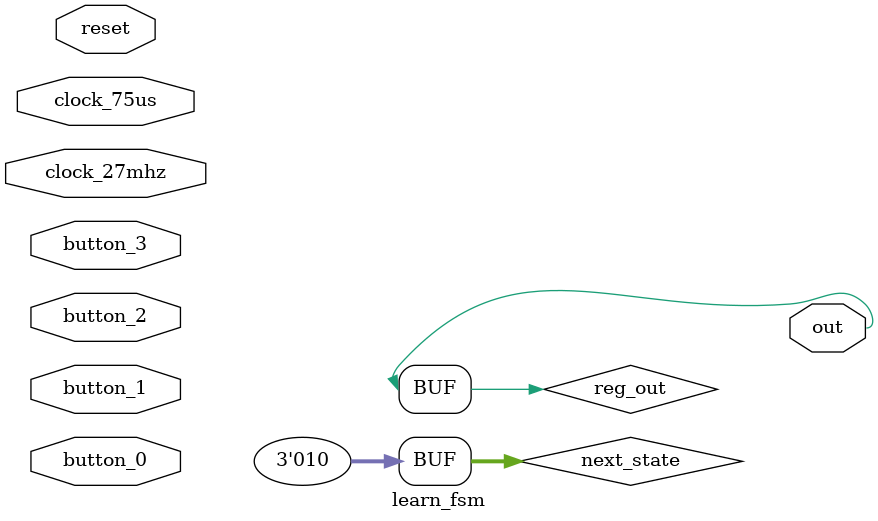
<source format=v>
`timescale 1ns / 1ps

module learn_fsm(input clock_27mhz, clock_75us, reset,
                 input button_0, button_1, button_2, button_3,
                 output out);

	parameter S_learn = 0;
	parameter S_playback = 1;
	parameter S_blah = 2;

	reg [2:0] state, next_state;
	reg reg_out;
	
	wire [11:0] pattern0, pattern1, pattern2, pattern3;
	wire start0, start1, start2, start3;
	
	
	receive_bit_fsm button0_rcv(.clock_27mhz(clock_27mhz), .clock_75us(clock_75us),
		.start(start0), .reset(reset), .demodulated_synchronized_in(button_0), .data(pattern0));
	receive_bit_fsm button1_rcv(.clock_27mhz(clock_27mhz), .clock_75us(clock_75us),
		.start(start1), .reset(reset), .demodulated_synchronized_in(button_1), .data(pattern1));
	receive_bit_fsm button2_rcv(.clock_27mhz(clock_27mhz), .clock_75us(clock_75us),
		.start(start2), .reset(reset), .demodulated_synchronized_in(button_2), .data(pattern2));
	receive_bit_fsm button3_rcv(.clock_27mhz(clock_27mhz), .clock_75us(clock_75us),
		.start(start3), .reset(reset), .demodulated_synchronized_in(button_3), .data(pattern3));

	always @(*) begin
		case (state)
			S_learn: begin
				next_state <= S_blah;
			end
			S_playback: next_state <= S_blah;
			S_blah: next_state <= S_blah;
			default: next_state <= S_blah;
		endcase
	end

	always @(posedge clock_27mhz) state <= next_state;

	assign out = reg_out;
endmodule

</source>
